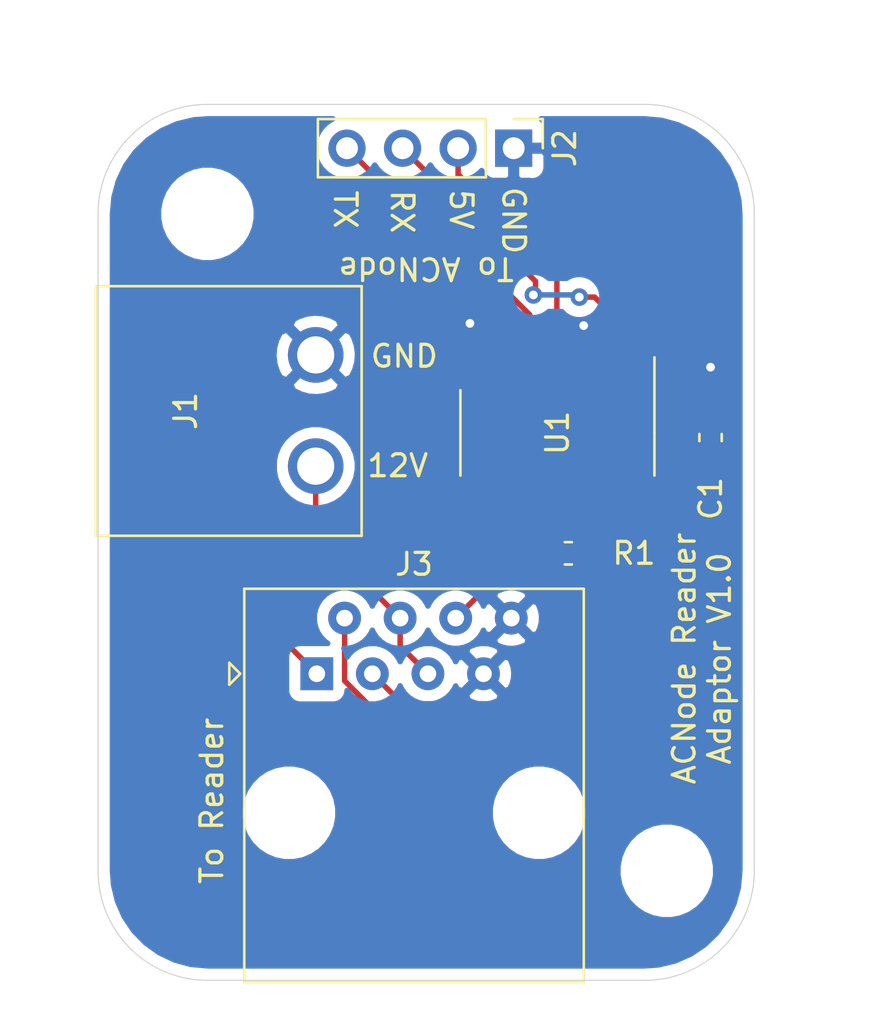
<source format=kicad_pcb>
(kicad_pcb (version 20171130) (host pcbnew 5.1.6-1.fc32)

  (general
    (thickness 1.6)
    (drawings 17)
    (tracks 70)
    (zones 0)
    (modules 8)
    (nets 10)
  )

  (page A4)
  (layers
    (0 F.Cu signal)
    (31 B.Cu signal)
    (32 B.Adhes user)
    (33 F.Adhes user)
    (34 B.Paste user)
    (35 F.Paste user)
    (36 B.SilkS user)
    (37 F.SilkS user)
    (38 B.Mask user)
    (39 F.Mask user)
    (40 Dwgs.User user)
    (41 Cmts.User user)
    (42 Eco1.User user)
    (43 Eco2.User user)
    (44 Edge.Cuts user)
    (45 Margin user)
    (46 B.CrtYd user)
    (47 F.CrtYd user)
    (48 B.Fab user)
    (49 F.Fab user)
  )

  (setup
    (last_trace_width 0.25)
    (trace_clearance 0.2)
    (zone_clearance 0.508)
    (zone_45_only no)
    (trace_min 0.2)
    (via_size 0.8)
    (via_drill 0.4)
    (via_min_size 0.4)
    (via_min_drill 0.3)
    (uvia_size 0.3)
    (uvia_drill 0.1)
    (uvias_allowed no)
    (uvia_min_size 0.2)
    (uvia_min_drill 0.1)
    (edge_width 0.05)
    (segment_width 0.2)
    (pcb_text_width 0.3)
    (pcb_text_size 1.5 1.5)
    (mod_edge_width 0.12)
    (mod_text_size 1 1)
    (mod_text_width 0.15)
    (pad_size 1.524 1.524)
    (pad_drill 0.762)
    (pad_to_mask_clearance 0.05)
    (aux_axis_origin 0 0)
    (visible_elements FFFFFF7F)
    (pcbplotparams
      (layerselection 0x010fc_ffffffff)
      (usegerberextensions false)
      (usegerberattributes true)
      (usegerberadvancedattributes true)
      (creategerberjobfile true)
      (excludeedgelayer true)
      (linewidth 0.100000)
      (plotframeref false)
      (viasonmask false)
      (mode 1)
      (useauxorigin false)
      (hpglpennumber 1)
      (hpglpenspeed 20)
      (hpglpendiameter 15.000000)
      (psnegative false)
      (psa4output false)
      (plotreference true)
      (plotvalue true)
      (plotinvisibletext false)
      (padsonsilk false)
      (subtractmaskfromsilk false)
      (outputformat 1)
      (mirror false)
      (drillshape 0)
      (scaleselection 1)
      (outputdirectory "Gerbers/"))
  )

  (net 0 "")
  (net 1 GND)
  (net 2 +5V)
  (net 3 +12V)
  (net 4 "Net-(J2-Pad4)")
  (net 5 "Net-(J2-Pad3)")
  (net 6 "Net-(J3-Pad6)")
  (net 7 "Net-(J3-Pad3)")
  (net 8 "Net-(J3-Pad2)")
  (net 9 "Net-(J3-Pad1)")

  (net_class Default "This is the default net class."
    (clearance 0.2)
    (trace_width 0.25)
    (via_dia 0.8)
    (via_drill 0.4)
    (uvia_dia 0.3)
    (uvia_drill 0.1)
    (add_net "Net-(J2-Pad3)")
    (add_net "Net-(J2-Pad4)")
    (add_net "Net-(J3-Pad1)")
    (add_net "Net-(J3-Pad2)")
    (add_net "Net-(J3-Pad3)")
    (add_net "Net-(J3-Pad6)")
  )

  (net_class power ""
    (clearance 0.5)
    (trace_width 0.25)
    (via_dia 0.8)
    (via_drill 0.4)
    (uvia_dia 0.3)
    (uvia_drill 0.1)
    (add_net +12V)
    (add_net +5V)
    (add_net GND)
  )

  (module MountingHole:MountingHole_3.2mm_M3 (layer F.Cu) (tedit 56D1B4CB) (tstamp 5F49F650)
    (at 156 105)
    (descr "Mounting Hole 3.2mm, no annular, M3")
    (tags "mounting hole 3.2mm no annular m3")
    (attr virtual)
    (fp_text reference REF** (at 0 -4.2) (layer F.SilkS) hide
      (effects (font (size 1 1) (thickness 0.15)))
    )
    (fp_text value MountingHole_3.2mm_M3 (at 0 4.2) (layer F.Fab)
      (effects (font (size 1 1) (thickness 0.15)))
    )
    (fp_circle (center 0 0) (end 3.45 0) (layer F.CrtYd) (width 0.05))
    (fp_circle (center 0 0) (end 3.2 0) (layer Cmts.User) (width 0.15))
    (fp_text user %R (at 0.3 0) (layer F.Fab)
      (effects (font (size 1 1) (thickness 0.15)))
    )
    (pad 1 np_thru_hole circle (at 0 0) (size 3.2 3.2) (drill 3.2) (layers *.Cu *.Mask))
  )

  (module MountingHole:MountingHole_3.2mm_M3 (layer F.Cu) (tedit 56D1B4CB) (tstamp 5F49F6E0)
    (at 135 75)
    (descr "Mounting Hole 3.2mm, no annular, M3")
    (tags "mounting hole 3.2mm no annular m3")
    (attr virtual)
    (fp_text reference REF** (at 0 -4.2) (layer F.SilkS) hide
      (effects (font (size 1 1) (thickness 0.15)))
    )
    (fp_text value MountingHole_3.2mm_M3 (at 0 4.2) (layer F.Fab)
      (effects (font (size 1 1) (thickness 0.15)))
    )
    (fp_circle (center 0 0) (end 3.45 0) (layer F.CrtYd) (width 0.05))
    (fp_circle (center 0 0) (end 3.2 0) (layer Cmts.User) (width 0.15))
    (fp_text user %R (at 0.3 0) (layer F.Fab)
      (effects (font (size 1 1) (thickness 0.15)))
    )
    (pad 1 np_thru_hole circle (at 0 0) (size 3.2 3.2) (drill 3.2) (layers *.Cu *.Mask))
  )

  (module ACNodeAdaptor:Connector-5.08mm (layer F.Cu) (tedit 5F499B6F) (tstamp 5F49F03E)
    (at 136 84 270)
    (path /5F4BB7BC)
    (fp_text reference J1 (at 0 2 90) (layer F.SilkS)
      (effects (font (size 1 1) (thickness 0.15)))
    )
    (fp_text value Conn_01x02 (at 0 -6.9 90) (layer F.Fab)
      (effects (font (size 1 1) (thickness 0.15)))
    )
    (fp_line (start -5.7 6.1) (end -5.7 -6.05) (layer F.SilkS) (width 0.12))
    (fp_line (start 5.7 6.1) (end -5.7 6.1) (layer F.SilkS) (width 0.12))
    (fp_line (start 5.7 -6.05) (end 5.7 6.1) (layer F.SilkS) (width 0.12))
    (fp_line (start -5.7 -6.05) (end 5.7 -6.05) (layer F.SilkS) (width 0.12))
    (pad 2 thru_hole circle (at 2.52 -3.95 270) (size 2.54 2.54) (drill 1.7) (layers *.Cu *.Mask)
      (net 3 +12V))
    (pad 1 thru_hole circle (at -2.56 -3.95 270) (size 2.54 2.54) (drill 1.7) (layers *.Cu *.Mask)
      (net 1 GND))
  )

  (module Package_SO:SOIC-14_3.9x8.7mm_P1.27mm (layer F.Cu) (tedit 5D9F72B1) (tstamp 5F49F0A6)
    (at 151 85 270)
    (descr "SOIC, 14 Pin (JEDEC MS-012AB, https://www.analog.com/media/en/package-pcb-resources/package/pkg_pdf/soic_narrow-r/r_14.pdf), generated with kicad-footprint-generator ipc_gullwing_generator.py")
    (tags "SOIC SO")
    (path /5F497AF0)
    (attr smd)
    (fp_text reference U1 (at 0 0 90) (layer F.SilkS)
      (effects (font (size 1 1) (thickness 0.15)))
    )
    (fp_text value ISL8489EIBZ (at 0 5.28 90) (layer F.Fab)
      (effects (font (size 1 1) (thickness 0.15)))
    )
    (fp_line (start 3.7 -4.58) (end -3.7 -4.58) (layer F.CrtYd) (width 0.05))
    (fp_line (start 3.7 4.58) (end 3.7 -4.58) (layer F.CrtYd) (width 0.05))
    (fp_line (start -3.7 4.58) (end 3.7 4.58) (layer F.CrtYd) (width 0.05))
    (fp_line (start -3.7 -4.58) (end -3.7 4.58) (layer F.CrtYd) (width 0.05))
    (fp_line (start -1.95 -3.35) (end -0.975 -4.325) (layer F.Fab) (width 0.1))
    (fp_line (start -1.95 4.325) (end -1.95 -3.35) (layer F.Fab) (width 0.1))
    (fp_line (start 1.95 4.325) (end -1.95 4.325) (layer F.Fab) (width 0.1))
    (fp_line (start 1.95 -4.325) (end 1.95 4.325) (layer F.Fab) (width 0.1))
    (fp_line (start -0.975 -4.325) (end 1.95 -4.325) (layer F.Fab) (width 0.1))
    (fp_line (start 0 -4.435) (end -3.45 -4.435) (layer F.SilkS) (width 0.12))
    (fp_line (start 0 -4.435) (end 1.95 -4.435) (layer F.SilkS) (width 0.12))
    (fp_line (start 0 4.435) (end -1.95 4.435) (layer F.SilkS) (width 0.12))
    (fp_line (start 0 4.435) (end 1.95 4.435) (layer F.SilkS) (width 0.12))
    (fp_text user %R (at 0 0 90) (layer F.Fab)
      (effects (font (size 0.98 0.98) (thickness 0.15)))
    )
    (pad 14 smd roundrect (at 2.475 -3.81 270) (size 1.95 0.6) (layers F.Cu F.Paste F.Mask) (roundrect_rratio 0.25)
      (net 2 +5V))
    (pad 13 smd roundrect (at 2.475 -2.54 270) (size 1.95 0.6) (layers F.Cu F.Paste F.Mask) (roundrect_rratio 0.25))
    (pad 12 smd roundrect (at 2.475 -1.27 270) (size 1.95 0.6) (layers F.Cu F.Paste F.Mask) (roundrect_rratio 0.25)
      (net 7 "Net-(J3-Pad3)"))
    (pad 11 smd roundrect (at 2.475 0 270) (size 1.95 0.6) (layers F.Cu F.Paste F.Mask) (roundrect_rratio 0.25)
      (net 6 "Net-(J3-Pad6)"))
    (pad 10 smd roundrect (at 2.475 1.27 270) (size 1.95 0.6) (layers F.Cu F.Paste F.Mask) (roundrect_rratio 0.25)
      (net 8 "Net-(J3-Pad2)"))
    (pad 9 smd roundrect (at 2.475 2.54 270) (size 1.95 0.6) (layers F.Cu F.Paste F.Mask) (roundrect_rratio 0.25)
      (net 9 "Net-(J3-Pad1)"))
    (pad 8 smd roundrect (at 2.475 3.81 270) (size 1.95 0.6) (layers F.Cu F.Paste F.Mask) (roundrect_rratio 0.25))
    (pad 7 smd roundrect (at -2.475 3.81 270) (size 1.95 0.6) (layers F.Cu F.Paste F.Mask) (roundrect_rratio 0.25)
      (net 1 GND))
    (pad 6 smd roundrect (at -2.475 2.54 270) (size 1.95 0.6) (layers F.Cu F.Paste F.Mask) (roundrect_rratio 0.25)
      (net 1 GND))
    (pad 5 smd roundrect (at -2.475 1.27 270) (size 1.95 0.6) (layers F.Cu F.Paste F.Mask) (roundrect_rratio 0.25)
      (net 4 "Net-(J2-Pad4)"))
    (pad 4 smd roundrect (at -2.475 0 270) (size 1.95 0.6) (layers F.Cu F.Paste F.Mask) (roundrect_rratio 0.25)
      (net 2 +5V))
    (pad 3 smd roundrect (at -2.475 -1.27 270) (size 1.95 0.6) (layers F.Cu F.Paste F.Mask) (roundrect_rratio 0.25)
      (net 1 GND))
    (pad 2 smd roundrect (at -2.475 -2.54 270) (size 1.95 0.6) (layers F.Cu F.Paste F.Mask) (roundrect_rratio 0.25)
      (net 5 "Net-(J2-Pad3)"))
    (pad 1 smd roundrect (at -2.475 -3.81 270) (size 1.95 0.6) (layers F.Cu F.Paste F.Mask) (roundrect_rratio 0.25))
    (model ${KISYS3DMOD}/Package_SO.3dshapes/SOIC-14_3.9x8.7mm_P1.27mm.wrl
      (at (xyz 0 0 0))
      (scale (xyz 1 1 1))
      (rotate (xyz 0 0 0))
    )
  )

  (module Resistor_SMD:R_0603_1608Metric (layer F.Cu) (tedit 5B301BBD) (tstamp 5F49F086)
    (at 151.5 90.5 180)
    (descr "Resistor SMD 0603 (1608 Metric), square (rectangular) end terminal, IPC_7351 nominal, (Body size source: http://www.tortai-tech.com/upload/download/2011102023233369053.pdf), generated with kicad-footprint-generator")
    (tags resistor)
    (path /5F4A6D13)
    (attr smd)
    (fp_text reference R1 (at -3 0) (layer F.SilkS)
      (effects (font (size 1 1) (thickness 0.15)))
    )
    (fp_text value 100R (at 0 1.43) (layer F.Fab)
      (effects (font (size 1 1) (thickness 0.15)))
    )
    (fp_line (start 1.48 0.73) (end -1.48 0.73) (layer F.CrtYd) (width 0.05))
    (fp_line (start 1.48 -0.73) (end 1.48 0.73) (layer F.CrtYd) (width 0.05))
    (fp_line (start -1.48 -0.73) (end 1.48 -0.73) (layer F.CrtYd) (width 0.05))
    (fp_line (start -1.48 0.73) (end -1.48 -0.73) (layer F.CrtYd) (width 0.05))
    (fp_line (start -0.162779 0.51) (end 0.162779 0.51) (layer F.SilkS) (width 0.12))
    (fp_line (start -0.162779 -0.51) (end 0.162779 -0.51) (layer F.SilkS) (width 0.12))
    (fp_line (start 0.8 0.4) (end -0.8 0.4) (layer F.Fab) (width 0.1))
    (fp_line (start 0.8 -0.4) (end 0.8 0.4) (layer F.Fab) (width 0.1))
    (fp_line (start -0.8 -0.4) (end 0.8 -0.4) (layer F.Fab) (width 0.1))
    (fp_line (start -0.8 0.4) (end -0.8 -0.4) (layer F.Fab) (width 0.1))
    (fp_text user %R (at 0 0) (layer F.Fab)
      (effects (font (size 0.4 0.4) (thickness 0.06)))
    )
    (pad 2 smd roundrect (at 0.7875 0 180) (size 0.875 0.95) (layers F.Cu F.Paste F.Mask) (roundrect_rratio 0.25)
      (net 6 "Net-(J3-Pad6)"))
    (pad 1 smd roundrect (at -0.7875 0 180) (size 0.875 0.95) (layers F.Cu F.Paste F.Mask) (roundrect_rratio 0.25)
      (net 7 "Net-(J3-Pad3)"))
    (model ${KISYS3DMOD}/Resistor_SMD.3dshapes/R_0603_1608Metric.wrl
      (at (xyz 0 0 0))
      (scale (xyz 1 1 1))
      (rotate (xyz 0 0 0))
    )
  )

  (module Connector_RJ:RJ45_Amphenol_54602-x08_Horizontal (layer F.Cu) (tedit 5B103613) (tstamp 5F49F19F)
    (at 140 96)
    (descr "8 Pol Shallow Latch Connector, Modjack, RJ45 (https://cdn.amphenol-icc.com/media/wysiwyg/files/drawing/c-bmj-0102.pdf)")
    (tags RJ45)
    (path /5F4AB513)
    (fp_text reference J3 (at 4.445 -5) (layer F.SilkS)
      (effects (font (size 1 1) (thickness 0.15)))
    )
    (fp_text value RJ45 (at 4.445 4) (layer F.Fab)
      (effects (font (size 1 1) (thickness 0.15)))
    )
    (fp_line (start 12.6 14.47) (end -3.71 14.47) (layer F.CrtYd) (width 0.05))
    (fp_line (start 12.6 14.47) (end 12.6 -4.27) (layer F.CrtYd) (width 0.05))
    (fp_line (start -3.71 -4.27) (end -3.71 14.47) (layer F.CrtYd) (width 0.05))
    (fp_line (start -3.71 -4.27) (end 12.6 -4.27) (layer F.CrtYd) (width 0.05))
    (fp_line (start -3.315 -3.88) (end -3.315 14.08) (layer F.SilkS) (width 0.12))
    (fp_line (start 12.205 -3.88) (end -3.315 -3.88) (layer F.SilkS) (width 0.12))
    (fp_line (start 12.205 -3.88) (end 12.205 14.08) (layer F.SilkS) (width 0.12))
    (fp_line (start -3.315 14.08) (end 12.205 14.08) (layer F.SilkS) (width 0.12))
    (fp_line (start -3.205 -2.77) (end -2.205 -3.77) (layer F.Fab) (width 0.12))
    (fp_line (start -2.205 -3.77) (end 12.095 -3.77) (layer F.Fab) (width 0.12))
    (fp_line (start 12.095 -3.77) (end 12.095 13.97) (layer F.Fab) (width 0.12))
    (fp_line (start 12.095 13.97) (end -3.205 13.97) (layer F.Fab) (width 0.12))
    (fp_line (start -3.205 13.97) (end -3.205 -2.77) (layer F.Fab) (width 0.12))
    (fp_line (start -3.5 0) (end -4 -0.5) (layer F.SilkS) (width 0.12))
    (fp_line (start -4 -0.5) (end -4 0.5) (layer F.SilkS) (width 0.12))
    (fp_line (start -4 0.5) (end -3.5 0) (layer F.SilkS) (width 0.12))
    (fp_text user %R (at 4.445 2) (layer F.Fab)
      (effects (font (size 1 1) (thickness 0.15)))
    )
    (pad 8 thru_hole circle (at 8.89 -2.54) (size 1.5 1.5) (drill 0.76) (layers *.Cu *.Mask)
      (net 1 GND))
    (pad 7 thru_hole circle (at 7.62 0) (size 1.5 1.5) (drill 0.76) (layers *.Cu *.Mask)
      (net 1 GND))
    (pad 6 thru_hole circle (at 6.35 -2.54) (size 1.5 1.5) (drill 0.76) (layers *.Cu *.Mask)
      (net 6 "Net-(J3-Pad6)"))
    (pad 5 thru_hole circle (at 5.08 0) (size 1.5 1.5) (drill 0.76) (layers *.Cu *.Mask)
      (net 3 +12V))
    (pad 4 thru_hole circle (at 3.81 -2.54) (size 1.5 1.5) (drill 0.76) (layers *.Cu *.Mask)
      (net 3 +12V))
    (pad 3 thru_hole circle (at 2.54 0) (size 1.5 1.5) (drill 0.76) (layers *.Cu *.Mask)
      (net 7 "Net-(J3-Pad3)"))
    (pad 2 thru_hole circle (at 1.27 -2.54) (size 1.5 1.5) (drill 0.76) (layers *.Cu *.Mask)
      (net 8 "Net-(J3-Pad2)"))
    (pad 1 thru_hole rect (at 0 0) (size 1.5 1.5) (drill 0.76) (layers *.Cu *.Mask)
      (net 9 "Net-(J3-Pad1)"))
    (pad "" np_thru_hole circle (at -1.27 6.35) (size 3.2 3.2) (drill 3.2) (layers *.Cu *.Mask))
    (pad "" np_thru_hole circle (at 10.16 6.35) (size 3.2 3.2) (drill 3.2) (layers *.Cu *.Mask))
    (model ${KISYS3DMOD}/Connector_RJ.3dshapes/RJ45_Amphenol_54602-x08_Horizontal.wrl
      (at (xyz 0 0 0))
      (scale (xyz 1 1 1))
      (rotate (xyz 0 0 0))
    )
  )

  (module Connector_PinHeader_2.54mm:PinHeader_1x04_P2.54mm_Vertical (layer F.Cu) (tedit 59FED5CC) (tstamp 5F49F056)
    (at 149 72 270)
    (descr "Through hole straight pin header, 1x04, 2.54mm pitch, single row")
    (tags "Through hole pin header THT 1x04 2.54mm single row")
    (path /5F4B7289)
    (fp_text reference J2 (at 0 -2.33 90) (layer F.SilkS)
      (effects (font (size 1 1) (thickness 0.15)))
    )
    (fp_text value Conn_01x04_Male (at 0 9.95 90) (layer F.Fab)
      (effects (font (size 1 1) (thickness 0.15)))
    )
    (fp_line (start 1.8 -1.8) (end -1.8 -1.8) (layer F.CrtYd) (width 0.05))
    (fp_line (start 1.8 9.4) (end 1.8 -1.8) (layer F.CrtYd) (width 0.05))
    (fp_line (start -1.8 9.4) (end 1.8 9.4) (layer F.CrtYd) (width 0.05))
    (fp_line (start -1.8 -1.8) (end -1.8 9.4) (layer F.CrtYd) (width 0.05))
    (fp_line (start -1.33 -1.33) (end 0 -1.33) (layer F.SilkS) (width 0.12))
    (fp_line (start -1.33 0) (end -1.33 -1.33) (layer F.SilkS) (width 0.12))
    (fp_line (start -1.33 1.27) (end 1.33 1.27) (layer F.SilkS) (width 0.12))
    (fp_line (start 1.33 1.27) (end 1.33 8.95) (layer F.SilkS) (width 0.12))
    (fp_line (start -1.33 1.27) (end -1.33 8.95) (layer F.SilkS) (width 0.12))
    (fp_line (start -1.33 8.95) (end 1.33 8.95) (layer F.SilkS) (width 0.12))
    (fp_line (start -1.27 -0.635) (end -0.635 -1.27) (layer F.Fab) (width 0.1))
    (fp_line (start -1.27 8.89) (end -1.27 -0.635) (layer F.Fab) (width 0.1))
    (fp_line (start 1.27 8.89) (end -1.27 8.89) (layer F.Fab) (width 0.1))
    (fp_line (start 1.27 -1.27) (end 1.27 8.89) (layer F.Fab) (width 0.1))
    (fp_line (start -0.635 -1.27) (end 1.27 -1.27) (layer F.Fab) (width 0.1))
    (fp_text user %R (at 0 3.81) (layer F.Fab)
      (effects (font (size 1 1) (thickness 0.15)))
    )
    (pad 4 thru_hole oval (at 0 7.62 270) (size 1.7 1.7) (drill 1) (layers *.Cu *.Mask)
      (net 4 "Net-(J2-Pad4)"))
    (pad 3 thru_hole oval (at 0 5.08 270) (size 1.7 1.7) (drill 1) (layers *.Cu *.Mask)
      (net 5 "Net-(J2-Pad3)"))
    (pad 2 thru_hole oval (at 0 2.54 270) (size 1.7 1.7) (drill 1) (layers *.Cu *.Mask)
      (net 2 +5V))
    (pad 1 thru_hole rect (at 0 0 270) (size 1.7 1.7) (drill 1) (layers *.Cu *.Mask)
      (net 1 GND))
    (model ${KISYS3DMOD}/Connector_PinHeader_2.54mm.3dshapes/PinHeader_1x04_P2.54mm_Vertical.wrl
      (at (xyz 0 0 0))
      (scale (xyz 1 1 1))
      (rotate (xyz 0 0 0))
    )
  )

  (module Capacitor_SMD:C_0603_1608Metric (layer F.Cu) (tedit 5B301BBE) (tstamp 5F49F034)
    (at 158 85.2125 90)
    (descr "Capacitor SMD 0603 (1608 Metric), square (rectangular) end terminal, IPC_7351 nominal, (Body size source: http://www.tortai-tech.com/upload/download/2011102023233369053.pdf), generated with kicad-footprint-generator")
    (tags capacitor)
    (path /5F4B0873)
    (attr smd)
    (fp_text reference C1 (at -2.7875 0 90) (layer F.SilkS)
      (effects (font (size 1 1) (thickness 0.15)))
    )
    (fp_text value C (at 0 1.43 90) (layer F.Fab)
      (effects (font (size 1 1) (thickness 0.15)))
    )
    (fp_line (start 1.48 0.73) (end -1.48 0.73) (layer F.CrtYd) (width 0.05))
    (fp_line (start 1.48 -0.73) (end 1.48 0.73) (layer F.CrtYd) (width 0.05))
    (fp_line (start -1.48 -0.73) (end 1.48 -0.73) (layer F.CrtYd) (width 0.05))
    (fp_line (start -1.48 0.73) (end -1.48 -0.73) (layer F.CrtYd) (width 0.05))
    (fp_line (start -0.162779 0.51) (end 0.162779 0.51) (layer F.SilkS) (width 0.12))
    (fp_line (start -0.162779 -0.51) (end 0.162779 -0.51) (layer F.SilkS) (width 0.12))
    (fp_line (start 0.8 0.4) (end -0.8 0.4) (layer F.Fab) (width 0.1))
    (fp_line (start 0.8 -0.4) (end 0.8 0.4) (layer F.Fab) (width 0.1))
    (fp_line (start -0.8 -0.4) (end 0.8 -0.4) (layer F.Fab) (width 0.1))
    (fp_line (start -0.8 0.4) (end -0.8 -0.4) (layer F.Fab) (width 0.1))
    (fp_text user %R (at 0 0 90) (layer F.Fab)
      (effects (font (size 0.4 0.4) (thickness 0.06)))
    )
    (pad 2 smd roundrect (at 0.7875 0 90) (size 0.875 0.95) (layers F.Cu F.Paste F.Mask) (roundrect_rratio 0.25)
      (net 1 GND))
    (pad 1 smd roundrect (at -0.7875 0 90) (size 0.875 0.95) (layers F.Cu F.Paste F.Mask) (roundrect_rratio 0.25)
      (net 2 +5V))
    (model ${KISYS3DMOD}/Capacitor_SMD.3dshapes/C_0603_1608Metric.wrl
      (at (xyz 0 0 0))
      (scale (xyz 1 1 1))
      (rotate (xyz 0 0 0))
    )
  )

  (gr_text "ACNode Reader\nAdaptor V1.0" (at 157.6 95.3 90) (layer F.SilkS)
    (effects (font (size 1 1) (thickness 0.15)))
  )
  (gr_text "To Reader" (at 135.2 101.8 90) (layer F.SilkS)
    (effects (font (size 1 1) (thickness 0.15)))
  )
  (gr_text 12V (at 143.7 86.5) (layer F.SilkS)
    (effects (font (size 1 1) (thickness 0.15)))
  )
  (gr_text GND (at 144 81.5) (layer F.SilkS)
    (effects (font (size 1 1) (thickness 0.15)))
  )
  (gr_text "To ACNode" (at 145 77.5 180) (layer F.SilkS)
    (effects (font (size 1 1) (thickness 0.15)))
  )
  (gr_text RX (at 143.9 74.9 270) (layer F.SilkS)
    (effects (font (size 1 1) (thickness 0.15)))
  )
  (gr_text TX (at 141.3 74.8 270) (layer F.SilkS)
    (effects (font (size 1 1) (thickness 0.15)))
  )
  (gr_text 5V (at 146.6 74.8 270) (layer F.SilkS)
    (effects (font (size 1 1) (thickness 0.15)))
  )
  (gr_text GND (at 149 75.3 270) (layer F.SilkS)
    (effects (font (size 1 1) (thickness 0.15)))
  )
  (gr_arc (start 135 105) (end 130 105) (angle -90) (layer Edge.Cuts) (width 0.05))
  (gr_arc (start 155 105) (end 155 110) (angle -90) (layer Edge.Cuts) (width 0.05))
  (gr_arc (start 155 75) (end 160 75) (angle -90) (layer Edge.Cuts) (width 0.05))
  (gr_arc (start 135 75) (end 135 70) (angle -90) (layer Edge.Cuts) (width 0.05))
  (gr_line (start 130 105) (end 130 75) (layer Edge.Cuts) (width 0.05) (tstamp 5F49F3DE))
  (gr_line (start 155 110) (end 135 110) (layer Edge.Cuts) (width 0.05))
  (gr_line (start 160 75) (end 160 105) (layer Edge.Cuts) (width 0.05))
  (gr_line (start 135 70) (end 155 70) (layer Edge.Cuts) (width 0.05))

  (segment (start 147.19 82.525) (end 147.19 80.19) (width 0.25) (layer F.Cu) (net 1))
  (via (at 147 80) (size 0.8) (drill 0.4) (layers F.Cu B.Cu) (net 1))
  (segment (start 147.19 80.19) (end 147 80) (width 0.25) (layer F.Cu) (net 1))
  (segment (start 148.46 81.46) (end 147 80) (width 0.25) (layer F.Cu) (net 1))
  (segment (start 148.46 82.525) (end 148.46 81.46) (width 0.25) (layer F.Cu) (net 1))
  (segment (start 158 84.425) (end 158 82) (width 0.25) (layer F.Cu) (net 1))
  (via (at 158 82) (size 0.8) (drill 0.4) (layers F.Cu B.Cu) (net 1))
  (via (at 152.2 80.1) (size 0.8) (drill 0.4) (layers F.Cu B.Cu) (net 1))
  (segment (start 152.27 80.17) (end 152.2 80.1) (width 0.25) (layer F.Cu) (net 1))
  (segment (start 152.27 82.525) (end 152.27 80.17) (width 0.25) (layer F.Cu) (net 1))
  (segment (start 156.525 87.475) (end 158 86) (width 0.25) (layer F.Cu) (net 2))
  (segment (start 154.81 87.475) (end 156.525 87.475) (width 0.25) (layer F.Cu) (net 2))
  (segment (start 146.46 73.202081) (end 146.46 72) (width 0.25) (layer F.Cu) (net 2))
  (segment (start 146.73292 73.475001) (end 146.46 73.202081) (width 0.25) (layer F.Cu) (net 2))
  (segment (start 149.725001 73.475001) (end 146.73292 73.475001) (width 0.25) (layer F.Cu) (net 2))
  (segment (start 155.73501 79.48501) (end 149.725001 73.475001) (width 0.25) (layer F.Cu) (net 2))
  (segment (start 155.73501 84.21001) (end 155.73501 79.48501) (width 0.25) (layer F.Cu) (net 2))
  (segment (start 157.525 86) (end 155.73501 84.21001) (width 0.25) (layer F.Cu) (net 2))
  (segment (start 158 86) (end 157.525 86) (width 0.25) (layer F.Cu) (net 2))
  (segment (start 150.974999 81.524999) (end 151 81.55) (width 0.25) (layer F.Cu) (net 2))
  (segment (start 150.974999 77.71708) (end 150.974999 81.524999) (width 0.25) (layer F.Cu) (net 2))
  (segment (start 151 81.55) (end 151 82.525) (width 0.25) (layer F.Cu) (net 2))
  (segment (start 146.46 73.202081) (end 150.974999 77.71708) (width 0.25) (layer F.Cu) (net 2))
  (segment (start 139.95 89.6) (end 143.81 93.46) (width 0.25) (layer F.Cu) (net 3))
  (segment (start 139.95 86.52) (end 139.95 89.6) (width 0.25) (layer F.Cu) (net 3))
  (segment (start 143.81 94.73) (end 145.08 96) (width 0.25) (layer F.Cu) (net 3))
  (segment (start 143.81 93.46) (end 143.81 94.73) (width 0.25) (layer F.Cu) (net 3))
  (segment (start 149.73 79.603002) (end 146.026998 75.9) (width 0.25) (layer F.Cu) (net 4))
  (segment (start 149.73 82.525) (end 149.73 79.603002) (width 0.25) (layer F.Cu) (net 4))
  (segment (start 145.28 75.9) (end 141.38 72) (width 0.25) (layer F.Cu) (net 4))
  (segment (start 146.026998 75.9) (end 145.28 75.9) (width 0.25) (layer F.Cu) (net 4))
  (segment (start 143.92 72) (end 150 78.08) (width 0.25) (layer F.Cu) (net 5))
  (via (at 149.9 78.7) (size 0.8) (drill 0.4) (layers F.Cu B.Cu) (net 5))
  (segment (start 150 78.6) (end 149.9 78.7) (width 0.25) (layer F.Cu) (net 5))
  (segment (start 150 78.08) (end 150 78.6) (width 0.25) (layer F.Cu) (net 5))
  (segment (start 149.9 78.7) (end 151.9 78.7) (width 0.25) (layer B.Cu) (net 5))
  (segment (start 151.9 78.7) (end 152 78.8) (width 0.25) (layer B.Cu) (net 5))
  (via (at 152 78.8) (size 0.8) (drill 0.4) (layers F.Cu B.Cu) (net 5))
  (segment (start 152.7 78.8) (end 152 78.8) (width 0.25) (layer F.Cu) (net 5))
  (segment (start 153.54 79.64) (end 152.7 78.8) (width 0.25) (layer F.Cu) (net 5))
  (segment (start 153.54 82.525) (end 153.54 79.64) (width 0.25) (layer F.Cu) (net 5))
  (segment (start 151 90.2125) (end 150.7125 90.5) (width 0.25) (layer F.Cu) (net 6))
  (segment (start 151 87.475) (end 151 90.2125) (width 0.25) (layer F.Cu) (net 6))
  (segment (start 149.31 90.5) (end 146.35 93.46) (width 0.25) (layer F.Cu) (net 6))
  (segment (start 150.7125 90.5) (end 149.31 90.5) (width 0.25) (layer F.Cu) (net 6))
  (segment (start 152.27 90.4825) (end 152.2875 90.5) (width 0.25) (layer F.Cu) (net 7))
  (segment (start 152.27 87.475) (end 152.27 90.4825) (width 0.25) (layer F.Cu) (net 7))
  (segment (start 143.915001 97.375001) (end 142.54 96) (width 0.25) (layer F.Cu) (net 7))
  (segment (start 148.280001 97.375001) (end 143.915001 97.375001) (width 0.25) (layer F.Cu) (net 7))
  (segment (start 152.2875 93.367502) (end 148.280001 97.375001) (width 0.25) (layer F.Cu) (net 7))
  (segment (start 152.2875 90.5) (end 152.2875 93.367502) (width 0.25) (layer F.Cu) (net 7))
  (segment (start 141.27 96.321002) (end 141.27 93.46) (width 0.25) (layer F.Cu) (net 8))
  (segment (start 153.05001 93.241402) (end 148.466401 97.825011) (width 0.25) (layer F.Cu) (net 8))
  (segment (start 153.05001 90.018516) (end 153.05001 93.241402) (width 0.25) (layer F.Cu) (net 8))
  (segment (start 152.89501 89.863516) (end 153.05001 90.018516) (width 0.25) (layer F.Cu) (net 8))
  (segment (start 152.89501 86.453242) (end 152.89501 89.863516) (width 0.25) (layer F.Cu) (net 8))
  (segment (start 152.616758 86.17499) (end 152.89501 86.453242) (width 0.25) (layer F.Cu) (net 8))
  (segment (start 150.05501 86.17499) (end 152.616758 86.17499) (width 0.25) (layer F.Cu) (net 8))
  (segment (start 142.774009 97.825011) (end 141.27 96.321002) (width 0.25) (layer F.Cu) (net 8))
  (segment (start 149.73 86.5) (end 150.05501 86.17499) (width 0.25) (layer F.Cu) (net 8))
  (segment (start 148.466401 97.825011) (end 142.774009 97.825011) (width 0.25) (layer F.Cu) (net 8))
  (segment (start 149.73 87.475) (end 149.73 86.5) (width 0.25) (layer F.Cu) (net 8))
  (segment (start 148.46 88.45) (end 148.46 87.475) (width 0.25) (layer F.Cu) (net 9))
  (segment (start 147.81 89.1) (end 148.46 88.45) (width 0.25) (layer F.Cu) (net 9))
  (segment (start 146.3 89.1) (end 147.81 89.1) (width 0.25) (layer F.Cu) (net 9))
  (segment (start 141.2 84) (end 146.3 89.1) (width 0.25) (layer F.Cu) (net 9))
  (segment (start 138.054999 84.945001) (end 139 84) (width 0.25) (layer F.Cu) (net 9))
  (segment (start 138.054999 94.054999) (end 138.054999 84.945001) (width 0.25) (layer F.Cu) (net 9))
  (segment (start 139 84) (end 141.2 84) (width 0.25) (layer F.Cu) (net 9))
  (segment (start 140 96) (end 138.054999 94.054999) (width 0.25) (layer F.Cu) (net 9))

  (zone (net 1) (net_name GND) (layer B.Cu) (tstamp 5F4A013A) (hatch edge 0.508)
    (connect_pads (clearance 0.508))
    (min_thickness 0.254)
    (fill yes (arc_segments 32) (thermal_gap 0.508) (thermal_bridge_width 0.508))
    (polygon
      (pts
        (xy 161 112) (xy 129 112) (xy 129 69) (xy 161 69)
      )
    )
    (filled_polygon
      (pts
        (xy 140.676589 70.68401) (xy 140.433368 70.846525) (xy 140.226525 71.053368) (xy 140.06401 71.296589) (xy 139.952068 71.566842)
        (xy 139.895 71.85374) (xy 139.895 72.14626) (xy 139.952068 72.433158) (xy 140.06401 72.703411) (xy 140.226525 72.946632)
        (xy 140.433368 73.153475) (xy 140.676589 73.31599) (xy 140.946842 73.427932) (xy 141.23374 73.485) (xy 141.52626 73.485)
        (xy 141.813158 73.427932) (xy 142.083411 73.31599) (xy 142.326632 73.153475) (xy 142.533475 72.946632) (xy 142.65 72.77224)
        (xy 142.766525 72.946632) (xy 142.973368 73.153475) (xy 143.216589 73.31599) (xy 143.486842 73.427932) (xy 143.77374 73.485)
        (xy 144.06626 73.485) (xy 144.353158 73.427932) (xy 144.623411 73.31599) (xy 144.866632 73.153475) (xy 145.073475 72.946632)
        (xy 145.19 72.77224) (xy 145.306525 72.946632) (xy 145.513368 73.153475) (xy 145.756589 73.31599) (xy 146.026842 73.427932)
        (xy 146.31374 73.485) (xy 146.60626 73.485) (xy 146.893158 73.427932) (xy 147.163411 73.31599) (xy 147.406632 73.153475)
        (xy 147.538487 73.02162) (xy 147.560498 73.09418) (xy 147.619463 73.204494) (xy 147.698815 73.301185) (xy 147.795506 73.380537)
        (xy 147.90582 73.439502) (xy 148.025518 73.475812) (xy 148.15 73.488072) (xy 148.71425 73.485) (xy 148.873 73.32625)
        (xy 148.873 72.127) (xy 149.127 72.127) (xy 149.127 73.32625) (xy 149.28575 73.485) (xy 149.85 73.488072)
        (xy 149.974482 73.475812) (xy 150.09418 73.439502) (xy 150.204494 73.380537) (xy 150.301185 73.301185) (xy 150.380537 73.204494)
        (xy 150.439502 73.09418) (xy 150.475812 72.974482) (xy 150.488072 72.85) (xy 150.485 72.28575) (xy 150.32625 72.127)
        (xy 149.127 72.127) (xy 148.873 72.127) (xy 148.853 72.127) (xy 148.853 71.873) (xy 148.873 71.873)
        (xy 148.873 71.853) (xy 149.127 71.853) (xy 149.127 71.873) (xy 150.32625 71.873) (xy 150.485 71.71425)
        (xy 150.488072 71.15) (xy 150.475812 71.025518) (xy 150.439502 70.90582) (xy 150.380537 70.795506) (xy 150.301185 70.698815)
        (xy 150.253889 70.66) (xy 154.970608 70.66) (xy 155.768083 70.731173) (xy 156.511891 70.934656) (xy 157.207905 71.266638)
        (xy 157.83413 71.716626) (xy 158.370777 72.270403) (xy 158.800871 72.910451) (xy 159.110829 73.616553) (xy 159.292065 74.371457)
        (xy 159.34 75.024207) (xy 159.340001 104.970597) (xy 159.268827 105.768083) (xy 159.065344 106.51189) (xy 158.733363 107.207904)
        (xy 158.283374 107.83413) (xy 157.729597 108.370777) (xy 157.089549 108.800871) (xy 156.383447 109.110829) (xy 155.628543 109.292065)
        (xy 154.975793 109.34) (xy 135.029392 109.34) (xy 134.231917 109.268827) (xy 133.48811 109.065344) (xy 132.792096 108.733363)
        (xy 132.16587 108.283374) (xy 131.629223 107.729597) (xy 131.199129 107.089549) (xy 130.889171 106.383447) (xy 130.707935 105.628543)
        (xy 130.66 104.975793) (xy 130.66 104.779872) (xy 153.765 104.779872) (xy 153.765 105.220128) (xy 153.85089 105.651925)
        (xy 154.019369 106.058669) (xy 154.263962 106.424729) (xy 154.575271 106.736038) (xy 154.941331 106.980631) (xy 155.348075 107.14911)
        (xy 155.779872 107.235) (xy 156.220128 107.235) (xy 156.651925 107.14911) (xy 157.058669 106.980631) (xy 157.424729 106.736038)
        (xy 157.736038 106.424729) (xy 157.980631 106.058669) (xy 158.14911 105.651925) (xy 158.235 105.220128) (xy 158.235 104.779872)
        (xy 158.14911 104.348075) (xy 157.980631 103.941331) (xy 157.736038 103.575271) (xy 157.424729 103.263962) (xy 157.058669 103.019369)
        (xy 156.651925 102.85089) (xy 156.220128 102.765) (xy 155.779872 102.765) (xy 155.348075 102.85089) (xy 154.941331 103.019369)
        (xy 154.575271 103.263962) (xy 154.263962 103.575271) (xy 154.019369 103.941331) (xy 153.85089 104.348075) (xy 153.765 104.779872)
        (xy 130.66 104.779872) (xy 130.66 102.129872) (xy 136.495 102.129872) (xy 136.495 102.570128) (xy 136.58089 103.001925)
        (xy 136.749369 103.408669) (xy 136.993962 103.774729) (xy 137.305271 104.086038) (xy 137.671331 104.330631) (xy 138.078075 104.49911)
        (xy 138.509872 104.585) (xy 138.950128 104.585) (xy 139.381925 104.49911) (xy 139.788669 104.330631) (xy 140.154729 104.086038)
        (xy 140.466038 103.774729) (xy 140.710631 103.408669) (xy 140.87911 103.001925) (xy 140.965 102.570128) (xy 140.965 102.129872)
        (xy 147.925 102.129872) (xy 147.925 102.570128) (xy 148.01089 103.001925) (xy 148.179369 103.408669) (xy 148.423962 103.774729)
        (xy 148.735271 104.086038) (xy 149.101331 104.330631) (xy 149.508075 104.49911) (xy 149.939872 104.585) (xy 150.380128 104.585)
        (xy 150.811925 104.49911) (xy 151.218669 104.330631) (xy 151.584729 104.086038) (xy 151.896038 103.774729) (xy 152.140631 103.408669)
        (xy 152.30911 103.001925) (xy 152.395 102.570128) (xy 152.395 102.129872) (xy 152.30911 101.698075) (xy 152.140631 101.291331)
        (xy 151.896038 100.925271) (xy 151.584729 100.613962) (xy 151.218669 100.369369) (xy 150.811925 100.20089) (xy 150.380128 100.115)
        (xy 149.939872 100.115) (xy 149.508075 100.20089) (xy 149.101331 100.369369) (xy 148.735271 100.613962) (xy 148.423962 100.925271)
        (xy 148.179369 101.291331) (xy 148.01089 101.698075) (xy 147.925 102.129872) (xy 140.965 102.129872) (xy 140.87911 101.698075)
        (xy 140.710631 101.291331) (xy 140.466038 100.925271) (xy 140.154729 100.613962) (xy 139.788669 100.369369) (xy 139.381925 100.20089)
        (xy 138.950128 100.115) (xy 138.509872 100.115) (xy 138.078075 100.20089) (xy 137.671331 100.369369) (xy 137.305271 100.613962)
        (xy 136.993962 100.925271) (xy 136.749369 101.291331) (xy 136.58089 101.698075) (xy 136.495 102.129872) (xy 130.66 102.129872)
        (xy 130.66 95.25) (xy 138.611928 95.25) (xy 138.611928 96.75) (xy 138.624188 96.874482) (xy 138.660498 96.99418)
        (xy 138.719463 97.104494) (xy 138.798815 97.201185) (xy 138.895506 97.280537) (xy 139.00582 97.339502) (xy 139.125518 97.375812)
        (xy 139.25 97.388072) (xy 140.75 97.388072) (xy 140.874482 97.375812) (xy 140.99418 97.339502) (xy 141.104494 97.280537)
        (xy 141.201185 97.201185) (xy 141.280537 97.104494) (xy 141.339502 96.99418) (xy 141.375812 96.874482) (xy 141.386445 96.766517)
        (xy 141.464201 96.882886) (xy 141.657114 97.075799) (xy 141.883957 97.227371) (xy 142.136011 97.331775) (xy 142.403589 97.385)
        (xy 142.676411 97.385) (xy 142.943989 97.331775) (xy 143.196043 97.227371) (xy 143.422886 97.075799) (xy 143.615799 96.882886)
        (xy 143.767371 96.656043) (xy 143.81 96.553127) (xy 143.852629 96.656043) (xy 144.004201 96.882886) (xy 144.197114 97.075799)
        (xy 144.423957 97.227371) (xy 144.676011 97.331775) (xy 144.943589 97.385) (xy 145.216411 97.385) (xy 145.483989 97.331775)
        (xy 145.736043 97.227371) (xy 145.962886 97.075799) (xy 146.081692 96.956993) (xy 146.842612 96.956993) (xy 146.908137 97.19586)
        (xy 147.155116 97.31176) (xy 147.41996 97.37725) (xy 147.692492 97.389812) (xy 147.962238 97.348965) (xy 148.218832 97.256277)
        (xy 148.331863 97.19586) (xy 148.397388 96.956993) (xy 147.62 96.179605) (xy 146.842612 96.956993) (xy 146.081692 96.956993)
        (xy 146.155799 96.882886) (xy 146.307371 96.656043) (xy 146.348511 96.556721) (xy 146.363723 96.598832) (xy 146.42414 96.711863)
        (xy 146.663007 96.777388) (xy 147.440395 96) (xy 147.799605 96) (xy 148.576993 96.777388) (xy 148.81586 96.711863)
        (xy 148.93176 96.464884) (xy 148.99725 96.20004) (xy 149.009812 95.927508) (xy 148.968965 95.657762) (xy 148.876277 95.401168)
        (xy 148.81586 95.288137) (xy 148.576993 95.222612) (xy 147.799605 96) (xy 147.440395 96) (xy 146.663007 95.222612)
        (xy 146.42414 95.288137) (xy 146.349836 95.446477) (xy 146.307371 95.343957) (xy 146.155799 95.117114) (xy 146.081692 95.043007)
        (xy 146.842612 95.043007) (xy 147.62 95.820395) (xy 148.397388 95.043007) (xy 148.331863 94.80414) (xy 148.084884 94.68824)
        (xy 147.82004 94.62275) (xy 147.547508 94.610188) (xy 147.277762 94.651035) (xy 147.021168 94.743723) (xy 146.908137 94.80414)
        (xy 146.842612 95.043007) (xy 146.081692 95.043007) (xy 145.962886 94.924201) (xy 145.736043 94.772629) (xy 145.483989 94.668225)
        (xy 145.216411 94.615) (xy 144.943589 94.615) (xy 144.676011 94.668225) (xy 144.423957 94.772629) (xy 144.197114 94.924201)
        (xy 144.004201 95.117114) (xy 143.852629 95.343957) (xy 143.81 95.446873) (xy 143.767371 95.343957) (xy 143.615799 95.117114)
        (xy 143.422886 94.924201) (xy 143.196043 94.772629) (xy 142.943989 94.668225) (xy 142.676411 94.615) (xy 142.403589 94.615)
        (xy 142.136011 94.668225) (xy 141.883957 94.772629) (xy 141.657114 94.924201) (xy 141.464201 95.117114) (xy 141.386445 95.233483)
        (xy 141.375812 95.125518) (xy 141.339502 95.00582) (xy 141.280537 94.895506) (xy 141.239088 94.845) (xy 141.406411 94.845)
        (xy 141.673989 94.791775) (xy 141.926043 94.687371) (xy 142.152886 94.535799) (xy 142.345799 94.342886) (xy 142.497371 94.116043)
        (xy 142.54 94.013127) (xy 142.582629 94.116043) (xy 142.734201 94.342886) (xy 142.927114 94.535799) (xy 143.153957 94.687371)
        (xy 143.406011 94.791775) (xy 143.673589 94.845) (xy 143.946411 94.845) (xy 144.213989 94.791775) (xy 144.466043 94.687371)
        (xy 144.692886 94.535799) (xy 144.885799 94.342886) (xy 145.037371 94.116043) (xy 145.08 94.013127) (xy 145.122629 94.116043)
        (xy 145.274201 94.342886) (xy 145.467114 94.535799) (xy 145.693957 94.687371) (xy 145.946011 94.791775) (xy 146.213589 94.845)
        (xy 146.486411 94.845) (xy 146.753989 94.791775) (xy 147.006043 94.687371) (xy 147.232886 94.535799) (xy 147.351692 94.416993)
        (xy 148.112612 94.416993) (xy 148.178137 94.65586) (xy 148.425116 94.77176) (xy 148.68996 94.83725) (xy 148.962492 94.849812)
        (xy 149.232238 94.808965) (xy 149.488832 94.716277) (xy 149.601863 94.65586) (xy 149.667388 94.416993) (xy 148.89 93.639605)
        (xy 148.112612 94.416993) (xy 147.351692 94.416993) (xy 147.425799 94.342886) (xy 147.577371 94.116043) (xy 147.618511 94.016721)
        (xy 147.633723 94.058832) (xy 147.69414 94.171863) (xy 147.933007 94.237388) (xy 148.710395 93.46) (xy 149.069605 93.46)
        (xy 149.846993 94.237388) (xy 150.08586 94.171863) (xy 150.20176 93.924884) (xy 150.26725 93.66004) (xy 150.279812 93.387508)
        (xy 150.238965 93.117762) (xy 150.146277 92.861168) (xy 150.08586 92.748137) (xy 149.846993 92.682612) (xy 149.069605 93.46)
        (xy 148.710395 93.46) (xy 147.933007 92.682612) (xy 147.69414 92.748137) (xy 147.619836 92.906477) (xy 147.577371 92.803957)
        (xy 147.425799 92.577114) (xy 147.351692 92.503007) (xy 148.112612 92.503007) (xy 148.89 93.280395) (xy 149.667388 92.503007)
        (xy 149.601863 92.26414) (xy 149.354884 92.14824) (xy 149.09004 92.08275) (xy 148.817508 92.070188) (xy 148.547762 92.111035)
        (xy 148.291168 92.203723) (xy 148.178137 92.26414) (xy 148.112612 92.503007) (xy 147.351692 92.503007) (xy 147.232886 92.384201)
        (xy 147.006043 92.232629) (xy 146.753989 92.128225) (xy 146.486411 92.075) (xy 146.213589 92.075) (xy 145.946011 92.128225)
        (xy 145.693957 92.232629) (xy 145.467114 92.384201) (xy 145.274201 92.577114) (xy 145.122629 92.803957) (xy 145.08 92.906873)
        (xy 145.037371 92.803957) (xy 144.885799 92.577114) (xy 144.692886 92.384201) (xy 144.466043 92.232629) (xy 144.213989 92.128225)
        (xy 143.946411 92.075) (xy 143.673589 92.075) (xy 143.406011 92.128225) (xy 143.153957 92.232629) (xy 142.927114 92.384201)
        (xy 142.734201 92.577114) (xy 142.582629 92.803957) (xy 142.54 92.906873) (xy 142.497371 92.803957) (xy 142.345799 92.577114)
        (xy 142.152886 92.384201) (xy 141.926043 92.232629) (xy 141.673989 92.128225) (xy 141.406411 92.075) (xy 141.133589 92.075)
        (xy 140.866011 92.128225) (xy 140.613957 92.232629) (xy 140.387114 92.384201) (xy 140.194201 92.577114) (xy 140.042629 92.803957)
        (xy 139.938225 93.056011) (xy 139.885 93.323589) (xy 139.885 93.596411) (xy 139.938225 93.863989) (xy 140.042629 94.116043)
        (xy 140.194201 94.342886) (xy 140.387114 94.535799) (xy 140.501049 94.611928) (xy 139.25 94.611928) (xy 139.125518 94.624188)
        (xy 139.00582 94.660498) (xy 138.895506 94.719463) (xy 138.798815 94.798815) (xy 138.719463 94.895506) (xy 138.660498 95.00582)
        (xy 138.624188 95.125518) (xy 138.611928 95.25) (xy 130.66 95.25) (xy 130.66 86.332374) (xy 138.045 86.332374)
        (xy 138.045 86.707626) (xy 138.118209 87.075668) (xy 138.261811 87.422356) (xy 138.47029 87.734366) (xy 138.735634 87.99971)
        (xy 139.047644 88.208189) (xy 139.394332 88.351791) (xy 139.762374 88.425) (xy 140.137626 88.425) (xy 140.505668 88.351791)
        (xy 140.852356 88.208189) (xy 141.164366 87.99971) (xy 141.42971 87.734366) (xy 141.638189 87.422356) (xy 141.781791 87.075668)
        (xy 141.855 86.707626) (xy 141.855 86.332374) (xy 141.781791 85.964332) (xy 141.638189 85.617644) (xy 141.42971 85.305634)
        (xy 141.164366 85.04029) (xy 140.852356 84.831811) (xy 140.505668 84.688209) (xy 140.137626 84.615) (xy 139.762374 84.615)
        (xy 139.394332 84.688209) (xy 139.047644 84.831811) (xy 138.735634 85.04029) (xy 138.47029 85.305634) (xy 138.261811 85.617644)
        (xy 138.118209 85.964332) (xy 138.045 86.332374) (xy 130.66 86.332374) (xy 130.66 82.767852) (xy 138.801753 82.767852)
        (xy 138.930076 83.059871) (xy 139.265695 83.227723) (xy 139.627611 83.326874) (xy 140.001916 83.353514) (xy 140.374227 83.306618)
        (xy 140.730235 83.187988) (xy 140.969924 83.059871) (xy 141.098247 82.767852) (xy 139.95 81.619605) (xy 138.801753 82.767852)
        (xy 130.66 82.767852) (xy 130.66 81.491916) (xy 138.036486 81.491916) (xy 138.083382 81.864227) (xy 138.202012 82.220235)
        (xy 138.330129 82.459924) (xy 138.622148 82.588247) (xy 139.770395 81.44) (xy 140.129605 81.44) (xy 141.277852 82.588247)
        (xy 141.569871 82.459924) (xy 141.737723 82.124305) (xy 141.836874 81.762389) (xy 141.863514 81.388084) (xy 141.816618 81.015773)
        (xy 141.697988 80.659765) (xy 141.569871 80.420076) (xy 141.277852 80.291753) (xy 140.129605 81.44) (xy 139.770395 81.44)
        (xy 138.622148 80.291753) (xy 138.330129 80.420076) (xy 138.162277 80.755695) (xy 138.063126 81.117611) (xy 138.036486 81.491916)
        (xy 130.66 81.491916) (xy 130.66 80.112148) (xy 138.801753 80.112148) (xy 139.95 81.260395) (xy 141.098247 80.112148)
        (xy 140.969924 79.820129) (xy 140.634305 79.652277) (xy 140.272389 79.553126) (xy 139.898084 79.526486) (xy 139.525773 79.573382)
        (xy 139.169765 79.692012) (xy 138.930076 79.820129) (xy 138.801753 80.112148) (xy 130.66 80.112148) (xy 130.66 78.598061)
        (xy 148.865 78.598061) (xy 148.865 78.801939) (xy 148.904774 79.001898) (xy 148.982795 79.190256) (xy 149.096063 79.359774)
        (xy 149.240226 79.503937) (xy 149.409744 79.617205) (xy 149.598102 79.695226) (xy 149.798061 79.735) (xy 150.001939 79.735)
        (xy 150.201898 79.695226) (xy 150.390256 79.617205) (xy 150.559774 79.503937) (xy 150.603711 79.46) (xy 151.196289 79.46)
        (xy 151.340226 79.603937) (xy 151.509744 79.717205) (xy 151.698102 79.795226) (xy 151.898061 79.835) (xy 152.101939 79.835)
        (xy 152.301898 79.795226) (xy 152.490256 79.717205) (xy 152.659774 79.603937) (xy 152.803937 79.459774) (xy 152.917205 79.290256)
        (xy 152.995226 79.101898) (xy 153.035 78.901939) (xy 153.035 78.698061) (xy 152.995226 78.498102) (xy 152.917205 78.309744)
        (xy 152.803937 78.140226) (xy 152.659774 77.996063) (xy 152.490256 77.882795) (xy 152.301898 77.804774) (xy 152.101939 77.765)
        (xy 151.898061 77.765) (xy 151.698102 77.804774) (xy 151.509744 77.882795) (xy 151.42413 77.94) (xy 150.603711 77.94)
        (xy 150.559774 77.896063) (xy 150.390256 77.782795) (xy 150.201898 77.704774) (xy 150.001939 77.665) (xy 149.798061 77.665)
        (xy 149.598102 77.704774) (xy 149.409744 77.782795) (xy 149.240226 77.896063) (xy 149.096063 78.040226) (xy 148.982795 78.209744)
        (xy 148.904774 78.398102) (xy 148.865 78.598061) (xy 130.66 78.598061) (xy 130.66 75.029392) (xy 130.682269 74.779872)
        (xy 132.765 74.779872) (xy 132.765 75.220128) (xy 132.85089 75.651925) (xy 133.019369 76.058669) (xy 133.263962 76.424729)
        (xy 133.575271 76.736038) (xy 133.941331 76.980631) (xy 134.348075 77.14911) (xy 134.779872 77.235) (xy 135.220128 77.235)
        (xy 135.651925 77.14911) (xy 136.058669 76.980631) (xy 136.424729 76.736038) (xy 136.736038 76.424729) (xy 136.980631 76.058669)
        (xy 137.14911 75.651925) (xy 137.235 75.220128) (xy 137.235 74.779872) (xy 137.14911 74.348075) (xy 136.980631 73.941331)
        (xy 136.736038 73.575271) (xy 136.424729 73.263962) (xy 136.058669 73.019369) (xy 135.651925 72.85089) (xy 135.220128 72.765)
        (xy 134.779872 72.765) (xy 134.348075 72.85089) (xy 133.941331 73.019369) (xy 133.575271 73.263962) (xy 133.263962 73.575271)
        (xy 133.019369 73.941331) (xy 132.85089 74.348075) (xy 132.765 74.779872) (xy 130.682269 74.779872) (xy 130.731173 74.231917)
        (xy 130.934656 73.488109) (xy 131.266638 72.792095) (xy 131.716626 72.16587) (xy 132.270403 71.629223) (xy 132.910451 71.199129)
        (xy 133.616553 70.889171) (xy 134.371457 70.707935) (xy 135.024207 70.66) (xy 140.734555 70.66)
      )
    )
  )
)

</source>
